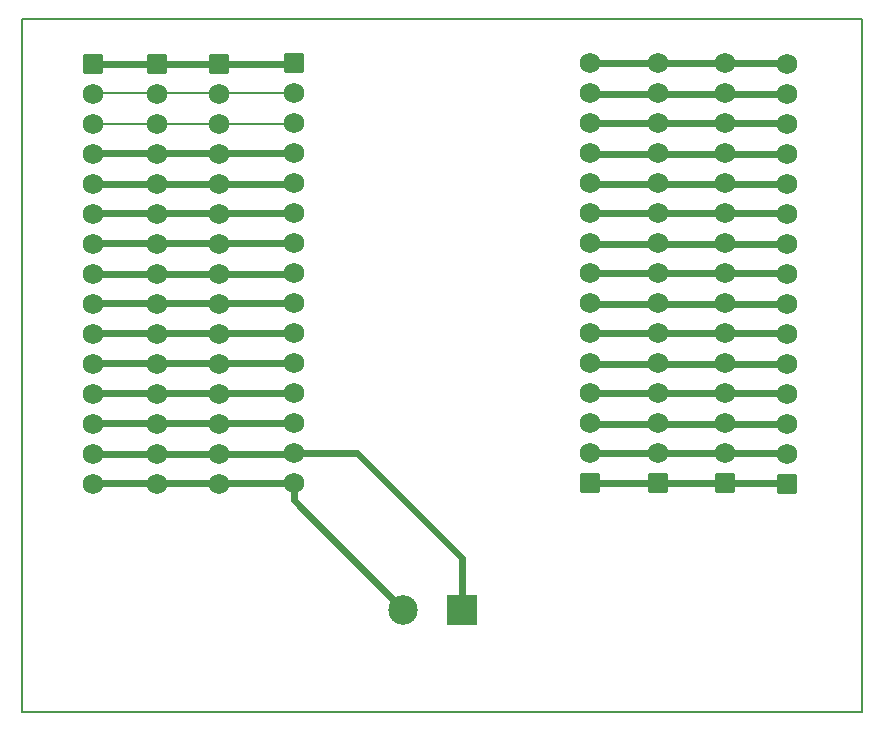
<source format=gbr>
%TF.GenerationSoftware,KiCad,Pcbnew,6.0.7+dfsg-1+b1*%
%TF.CreationDate,2022-09-28T14:19:46-05:00*%
%TF.ProjectId,esp32,65737033-322e-46b6-9963-61645f706362,rev?*%
%TF.SameCoordinates,Original*%
%TF.FileFunction,Copper,L1,Top*%
%TF.FilePolarity,Positive*%
%FSLAX46Y46*%
G04 Gerber Fmt 4.6, Leading zero omitted, Abs format (unit mm)*
G04 Created by KiCad (PCBNEW 6.0.7+dfsg-1+b1) date 2022-09-28 14:19:47*
%MOMM*%
%LPD*%
G01*
G04 APERTURE LIST*
G04 Aperture macros list*
%AMRoundRect*
0 Rectangle with rounded corners*
0 $1 Rounding radius*
0 $2 $3 $4 $5 $6 $7 $8 $9 X,Y pos of 4 corners*
0 Add a 4 corners polygon primitive as box body*
4,1,4,$2,$3,$4,$5,$6,$7,$8,$9,$2,$3,0*
0 Add four circle primitives for the rounded corners*
1,1,$1+$1,$2,$3*
1,1,$1+$1,$4,$5*
1,1,$1+$1,$6,$7*
1,1,$1+$1,$8,$9*
0 Add four rect primitives between the rounded corners*
20,1,$1+$1,$2,$3,$4,$5,0*
20,1,$1+$1,$4,$5,$6,$7,0*
20,1,$1+$1,$6,$7,$8,$9,0*
20,1,$1+$1,$8,$9,$2,$3,0*%
G04 Aperture macros list end*
%TA.AperFunction,NonConductor*%
%ADD10C,0.200000*%
%TD*%
%TA.AperFunction,ComponentPad*%
%ADD11R,2.500000X2.500000*%
%TD*%
%TA.AperFunction,ComponentPad*%
%ADD12C,2.500000*%
%TD*%
%TA.AperFunction,ComponentPad*%
%ADD13RoundRect,0.250000X-0.620000X0.620000X-0.620000X-0.620000X0.620000X-0.620000X0.620000X0.620000X0*%
%TD*%
%TA.AperFunction,ComponentPad*%
%ADD14C,1.740000*%
%TD*%
%TA.AperFunction,ComponentPad*%
%ADD15RoundRect,0.250000X0.620000X-0.620000X0.620000X0.620000X-0.620000X0.620000X-0.620000X-0.620000X0*%
%TD*%
%TA.AperFunction,Conductor*%
%ADD16C,0.600000*%
%TD*%
%TA.AperFunction,Conductor*%
%ADD17C,0.200000*%
%TD*%
G04 APERTURE END LIST*
D10*
X81280000Y-99060000D02*
X152400000Y-99060000D01*
X152400000Y-99060000D02*
X152400000Y-157800000D01*
X152400000Y-157800000D02*
X81280000Y-157800000D01*
X81280000Y-157800000D02*
X81280000Y-99060000D01*
D11*
%TO.P,J3,1,Pin_1*%
%TO.N,GND*%
X118500000Y-149100000D03*
D12*
%TO.P,J3,2,Pin_2*%
%TO.N,VIN*%
X113500000Y-149100000D03*
%TD*%
D13*
%TO.P,J5,1,Pin_1*%
%TO.N,EN*%
X92650000Y-102920000D03*
D14*
%TO.P,J5,2,Pin_2*%
%TO.N,VP*%
X92650000Y-105460000D03*
%TO.P,J5,3,Pin_3*%
%TO.N,VN*%
X92650000Y-108000000D03*
%TO.P,J5,4,Pin_4*%
%TO.N,D34*%
X92650000Y-110540000D03*
%TO.P,J5,5,Pin_5*%
%TO.N,D35*%
X92650000Y-113080000D03*
%TO.P,J5,6,Pin_6*%
%TO.N,D32*%
X92650000Y-115620000D03*
%TO.P,J5,7,Pin_7*%
%TO.N,D33*%
X92650000Y-118160000D03*
%TO.P,J5,8,Pin_8*%
%TO.N,D25*%
X92650000Y-120700000D03*
%TO.P,J5,9,Pin_9*%
%TO.N,D26*%
X92650000Y-123240000D03*
%TO.P,J5,10,Pin_10*%
%TO.N,D27*%
X92650000Y-125780000D03*
%TO.P,J5,11,Pin_11*%
%TO.N,D14*%
X92650000Y-128320000D03*
%TO.P,J5,12,Pin_12*%
%TO.N,D12*%
X92650000Y-130860000D03*
%TO.P,J5,13,Pin_13*%
%TO.N,D13*%
X92650000Y-133400000D03*
%TO.P,J5,14,Pin_14*%
%TO.N,GND*%
X92650000Y-135940000D03*
%TO.P,J5,15,Pin_15*%
%TO.N,VIN*%
X92650000Y-138480000D03*
%TD*%
D13*
%TO.P,J1,1,Pin_1*%
%TO.N,EN*%
X97950000Y-102920000D03*
D14*
%TO.P,J1,2,Pin_2*%
%TO.N,VP*%
X97950000Y-105460000D03*
%TO.P,J1,3,Pin_3*%
%TO.N,VN*%
X97950000Y-108000000D03*
%TO.P,J1,4,Pin_4*%
%TO.N,D34*%
X97950000Y-110540000D03*
%TO.P,J1,5,Pin_5*%
%TO.N,D35*%
X97950000Y-113080000D03*
%TO.P,J1,6,Pin_6*%
%TO.N,D32*%
X97950000Y-115620000D03*
%TO.P,J1,7,Pin_7*%
%TO.N,D33*%
X97950000Y-118160000D03*
%TO.P,J1,8,Pin_8*%
%TO.N,D25*%
X97950000Y-120700000D03*
%TO.P,J1,9,Pin_9*%
%TO.N,D26*%
X97950000Y-123240000D03*
%TO.P,J1,10,Pin_10*%
%TO.N,D27*%
X97950000Y-125780000D03*
%TO.P,J1,11,Pin_11*%
%TO.N,D14*%
X97950000Y-128320000D03*
%TO.P,J1,12,Pin_12*%
%TO.N,D12*%
X97950000Y-130860000D03*
%TO.P,J1,13,Pin_13*%
%TO.N,D13*%
X97950000Y-133400000D03*
%TO.P,J1,14,Pin_14*%
%TO.N,GND*%
X97950000Y-135940000D03*
%TO.P,J1,15,Pin_15*%
%TO.N,VIN*%
X97950000Y-138480000D03*
%TD*%
D15*
%TO.P,J8der1,1,Pin_1*%
%TO.N,3V3*%
X146000000Y-138500000D03*
D14*
%TO.P,J8der1,2,Pin_2*%
%TO.N,GND2*%
X146000000Y-135960000D03*
%TO.P,J8der1,3,Pin_3*%
%TO.N,D15*%
X146000000Y-133420000D03*
%TO.P,J8der1,4,Pin_4*%
%TO.N,D2*%
X146000000Y-130880000D03*
%TO.P,J8der1,5,Pin_5*%
%TO.N,D4*%
X146000000Y-128340000D03*
%TO.P,J8der1,6,Pin_6*%
%TO.N,RX2*%
X146000000Y-125800000D03*
%TO.P,J8der1,7,Pin_7*%
%TO.N,TX2*%
X146000000Y-123260000D03*
%TO.P,J8der1,8,Pin_8*%
%TO.N,D5*%
X146000000Y-120720000D03*
%TO.P,J8der1,9,Pin_9*%
%TO.N,D18*%
X146000000Y-118180000D03*
%TO.P,J8der1,10,Pin_10*%
%TO.N,D19*%
X146000000Y-115640000D03*
%TO.P,J8der1,11,Pin_11*%
%TO.N,D21*%
X146000000Y-113100000D03*
%TO.P,J8der1,12,Pin_12*%
%TO.N,RX0*%
X146000000Y-110560000D03*
%TO.P,J8der1,13,Pin_13*%
%TO.N,TX0*%
X146000000Y-108020000D03*
%TO.P,J8der1,14,Pin_14*%
%TO.N,D22*%
X146000000Y-105480000D03*
%TO.P,J8der1,15,Pin_15*%
%TO.N,D23*%
X146000000Y-102940000D03*
%TD*%
D15*
%TO.P,J6der1,1,Pin_1*%
%TO.N,3V3*%
X129350000Y-138380000D03*
D14*
%TO.P,J6der1,2,Pin_2*%
%TO.N,GND2*%
X129350000Y-135840000D03*
%TO.P,J6der1,3,Pin_3*%
%TO.N,D15*%
X129350000Y-133300000D03*
%TO.P,J6der1,4,Pin_4*%
%TO.N,D2*%
X129350000Y-130760000D03*
%TO.P,J6der1,5,Pin_5*%
%TO.N,D4*%
X129350000Y-128220000D03*
%TO.P,J6der1,6,Pin_6*%
%TO.N,RX2*%
X129350000Y-125680000D03*
%TO.P,J6der1,7,Pin_7*%
%TO.N,TX2*%
X129350000Y-123140000D03*
%TO.P,J6der1,8,Pin_8*%
%TO.N,D5*%
X129350000Y-120600000D03*
%TO.P,J6der1,9,Pin_9*%
%TO.N,D18*%
X129350000Y-118060000D03*
%TO.P,J6der1,10,Pin_10*%
%TO.N,D19*%
X129350000Y-115520000D03*
%TO.P,J6der1,11,Pin_11*%
%TO.N,D21*%
X129350000Y-112980000D03*
%TO.P,J6der1,12,Pin_12*%
%TO.N,RX0*%
X129350000Y-110440000D03*
%TO.P,J6der1,13,Pin_13*%
%TO.N,TX0*%
X129350000Y-107900000D03*
%TO.P,J6der1,14,Pin_14*%
%TO.N,D22*%
X129350000Y-105360000D03*
%TO.P,J6der1,15,Pin_15*%
%TO.N,D23*%
X129350000Y-102820000D03*
%TD*%
D15*
%TO.P,J7der1,1,Pin_1*%
%TO.N,3V3*%
X140800000Y-138400000D03*
D14*
%TO.P,J7der1,2,Pin_2*%
%TO.N,GND2*%
X140800000Y-135860000D03*
%TO.P,J7der1,3,Pin_3*%
%TO.N,D15*%
X140800000Y-133320000D03*
%TO.P,J7der1,4,Pin_4*%
%TO.N,D2*%
X140800000Y-130780000D03*
%TO.P,J7der1,5,Pin_5*%
%TO.N,D4*%
X140800000Y-128240000D03*
%TO.P,J7der1,6,Pin_6*%
%TO.N,RX2*%
X140800000Y-125700000D03*
%TO.P,J7der1,7,Pin_7*%
%TO.N,TX2*%
X140800000Y-123160000D03*
%TO.P,J7der1,8,Pin_8*%
%TO.N,D5*%
X140800000Y-120620000D03*
%TO.P,J7der1,9,Pin_9*%
%TO.N,D18*%
X140800000Y-118080000D03*
%TO.P,J7der1,10,Pin_10*%
%TO.N,D19*%
X140800000Y-115540000D03*
%TO.P,J7der1,11,Pin_11*%
%TO.N,D21*%
X140800000Y-113000000D03*
%TO.P,J7der1,12,Pin_12*%
%TO.N,RX0*%
X140800000Y-110460000D03*
%TO.P,J7der1,13,Pin_13*%
%TO.N,TX0*%
X140800000Y-107920000D03*
%TO.P,J7der1,14,Pin_14*%
%TO.N,D22*%
X140800000Y-105380000D03*
%TO.P,J7der1,15,Pin_15*%
%TO.N,D23*%
X140800000Y-102840000D03*
%TD*%
%TO.P,J3,15,Pin_15*%
%TO.N,VIN*%
X87250000Y-138480000D03*
%TO.P,J3,14,Pin_14*%
%TO.N,GND*%
X87250000Y-135940000D03*
%TO.P,J3,13,Pin_13*%
%TO.N,D13*%
X87250000Y-133400000D03*
%TO.P,J3,12,Pin_12*%
%TO.N,D12*%
X87250000Y-130860000D03*
%TO.P,J3,11,Pin_11*%
%TO.N,D14*%
X87250000Y-128320000D03*
%TO.P,J3,10,Pin_10*%
%TO.N,D27*%
X87250000Y-125780000D03*
%TO.P,J3,9,Pin_9*%
%TO.N,D26*%
X87250000Y-123240000D03*
%TO.P,J3,8,Pin_8*%
%TO.N,D25*%
X87250000Y-120700000D03*
%TO.P,J3,7,Pin_7*%
%TO.N,D33*%
X87250000Y-118160000D03*
%TO.P,J3,6,Pin_6*%
%TO.N,D32*%
X87250000Y-115620000D03*
%TO.P,J3,5,Pin_5*%
%TO.N,D35*%
X87250000Y-113080000D03*
%TO.P,J3,4,Pin_4*%
%TO.N,D34*%
X87250000Y-110540000D03*
%TO.P,J3,3,Pin_3*%
%TO.N,VN*%
X87250000Y-108000000D03*
%TO.P,J3,2,Pin_2*%
%TO.N,VP*%
X87250000Y-105460000D03*
D13*
%TO.P,J3,1,Pin_1*%
%TO.N,EN*%
X87250000Y-102920000D03*
%TD*%
%TO.P,J4,1,Pin_1*%
%TO.N,EN*%
X104250000Y-102820000D03*
D14*
%TO.P,J4,2,Pin_2*%
%TO.N,VP*%
X104250000Y-105360000D03*
%TO.P,J4,3,Pin_3*%
%TO.N,VN*%
X104250000Y-107900000D03*
%TO.P,J4,4,Pin_4*%
%TO.N,D34*%
X104250000Y-110440000D03*
%TO.P,J4,5,Pin_5*%
%TO.N,D35*%
X104250000Y-112980000D03*
%TO.P,J4,6,Pin_6*%
%TO.N,D32*%
X104250000Y-115520000D03*
%TO.P,J4,7,Pin_7*%
%TO.N,D33*%
X104250000Y-118060000D03*
%TO.P,J4,8,Pin_8*%
%TO.N,D25*%
X104250000Y-120600000D03*
%TO.P,J4,9,Pin_9*%
%TO.N,D26*%
X104250000Y-123140000D03*
%TO.P,J4,10,Pin_10*%
%TO.N,D27*%
X104250000Y-125680000D03*
%TO.P,J4,11,Pin_11*%
%TO.N,D14*%
X104250000Y-128220000D03*
%TO.P,J4,12,Pin_12*%
%TO.N,D12*%
X104250000Y-130760000D03*
%TO.P,J4,13,Pin_13*%
%TO.N,D13*%
X104250000Y-133300000D03*
%TO.P,J4,14,Pin_14*%
%TO.N,GND*%
X104250000Y-135840000D03*
%TO.P,J4,15,Pin_15*%
%TO.N,VIN*%
X104250000Y-138380000D03*
%TD*%
D15*
%TO.P,J10der1,1,Pin_1*%
%TO.N,3V3*%
X135100000Y-138400000D03*
D14*
%TO.P,J10der1,2,Pin_2*%
%TO.N,GND2*%
X135100000Y-135860000D03*
%TO.P,J10der1,3,Pin_3*%
%TO.N,D15*%
X135100000Y-133320000D03*
%TO.P,J10der1,4,Pin_4*%
%TO.N,D2*%
X135100000Y-130780000D03*
%TO.P,J10der1,5,Pin_5*%
%TO.N,D4*%
X135100000Y-128240000D03*
%TO.P,J10der1,6,Pin_6*%
%TO.N,RX2*%
X135100000Y-125700000D03*
%TO.P,J10der1,7,Pin_7*%
%TO.N,TX2*%
X135100000Y-123160000D03*
%TO.P,J10der1,8,Pin_8*%
%TO.N,D5*%
X135100000Y-120620000D03*
%TO.P,J10der1,9,Pin_9*%
%TO.N,D18*%
X135100000Y-118080000D03*
%TO.P,J10der1,10,Pin_10*%
%TO.N,D19*%
X135100000Y-115540000D03*
%TO.P,J10der1,11,Pin_11*%
%TO.N,D21*%
X135100000Y-113000000D03*
%TO.P,J10der1,12,Pin_12*%
%TO.N,RX0*%
X135100000Y-110460000D03*
%TO.P,J10der1,13,Pin_13*%
%TO.N,TX0*%
X135100000Y-107920000D03*
%TO.P,J10der1,14,Pin_14*%
%TO.N,D22*%
X135100000Y-105380000D03*
%TO.P,J10der1,15,Pin_15*%
%TO.N,D23*%
X135100000Y-102840000D03*
%TD*%
D16*
%TO.N,GND*%
X109640000Y-135840000D02*
X118500000Y-144700000D01*
X104250000Y-135840000D02*
X109640000Y-135840000D01*
X118500000Y-144700000D02*
X118500000Y-149100000D01*
X87250000Y-135940000D02*
X104150000Y-135940000D01*
X104150000Y-135940000D02*
X104250000Y-135840000D01*
%TO.N,VIN*%
X113500000Y-149100000D02*
X104250000Y-139850000D01*
X104250000Y-139850000D02*
X104250000Y-138380000D01*
%TO.N,3V3*%
X146000000Y-138500000D02*
X145880000Y-138380000D01*
X145880000Y-138380000D02*
X129350000Y-138380000D01*
%TO.N,GND2*%
X129350000Y-135840000D02*
X145880000Y-135840000D01*
X145880000Y-135840000D02*
X146000000Y-135960000D01*
%TO.N,D15*%
X146000000Y-133420000D02*
X129470000Y-133420000D01*
X129470000Y-133420000D02*
X129350000Y-133300000D01*
%TO.N,D2*%
X129350000Y-130760000D02*
X145880000Y-130760000D01*
X145880000Y-130760000D02*
X146000000Y-130880000D01*
%TO.N,D4*%
X146000000Y-128340000D02*
X129470000Y-128340000D01*
X129470000Y-128340000D02*
X129350000Y-128220000D01*
%TO.N,RX2*%
X129350000Y-125680000D02*
X145880000Y-125680000D01*
X145880000Y-125680000D02*
X146000000Y-125800000D01*
%TO.N,TX2*%
X146000000Y-123260000D02*
X129470000Y-123260000D01*
X129470000Y-123260000D02*
X129350000Y-123140000D01*
%TO.N,D5*%
X129350000Y-120600000D02*
X145880000Y-120600000D01*
X145880000Y-120600000D02*
X146000000Y-120720000D01*
%TO.N,D18*%
X146000000Y-118180000D02*
X129470000Y-118180000D01*
X129470000Y-118180000D02*
X129350000Y-118060000D01*
%TO.N,D19*%
X129350000Y-115520000D02*
X145880000Y-115520000D01*
X145880000Y-115520000D02*
X146000000Y-115640000D01*
%TO.N,D21*%
X146000000Y-113100000D02*
X129470000Y-113100000D01*
X129470000Y-113100000D02*
X129350000Y-112980000D01*
%TO.N,RX0*%
X146000000Y-110560000D02*
X129470000Y-110560000D01*
X129470000Y-110560000D02*
X129350000Y-110440000D01*
%TO.N,TX0*%
X129350000Y-107900000D02*
X145880000Y-107900000D01*
X145880000Y-107900000D02*
X146000000Y-108020000D01*
%TO.N,D22*%
X146000000Y-105480000D02*
X129470000Y-105480000D01*
X129470000Y-105480000D02*
X129350000Y-105360000D01*
%TO.N,D23*%
X129350000Y-102820000D02*
X145880000Y-102820000D01*
X145880000Y-102820000D02*
X146000000Y-102940000D01*
%TO.N,EN*%
X87250000Y-102920000D02*
X104150000Y-102920000D01*
X104150000Y-102920000D02*
X104250000Y-102820000D01*
D17*
%TO.N,VP*%
X104250000Y-105360000D02*
X87350000Y-105360000D01*
X87350000Y-105360000D02*
X87250000Y-105460000D01*
%TO.N,VN*%
X87250000Y-108000000D02*
X104150000Y-108000000D01*
X104150000Y-108000000D02*
X104250000Y-107900000D01*
D16*
%TO.N,D34*%
X104250000Y-110440000D02*
X87350000Y-110440000D01*
X87350000Y-110440000D02*
X87250000Y-110540000D01*
%TO.N,D35*%
X87250000Y-113080000D02*
X104150000Y-113080000D01*
X104150000Y-113080000D02*
X104250000Y-112980000D01*
%TO.N,D32*%
X104250000Y-115520000D02*
X87350000Y-115520000D01*
X87350000Y-115520000D02*
X87250000Y-115620000D01*
%TO.N,D33*%
X104250000Y-118060000D02*
X87350000Y-118060000D01*
X87350000Y-118060000D02*
X87250000Y-118160000D01*
%TO.N,D25*%
X87250000Y-120700000D02*
X104150000Y-120700000D01*
X104150000Y-120700000D02*
X104250000Y-120600000D01*
%TO.N,D26*%
X104250000Y-123140000D02*
X87350000Y-123140000D01*
X87350000Y-123140000D02*
X87250000Y-123240000D01*
%TO.N,D27*%
X104250000Y-125680000D02*
X87350000Y-125680000D01*
X87350000Y-125680000D02*
X87250000Y-125780000D01*
%TO.N,D14*%
X104250000Y-128220000D02*
X87350000Y-128220000D01*
X87350000Y-128220000D02*
X87250000Y-128320000D01*
%TO.N,D12*%
X104250000Y-130760000D02*
X87350000Y-130760000D01*
X87350000Y-130760000D02*
X87250000Y-130860000D01*
%TO.N,D13*%
X104250000Y-133300000D02*
X87350000Y-133300000D01*
X87350000Y-133300000D02*
X87250000Y-133400000D01*
%TO.N,VIN*%
X104250000Y-138380000D02*
X87350000Y-138380000D01*
X87350000Y-138380000D02*
X87250000Y-138480000D01*
%TO.N,EN*%
X87040000Y-102820000D02*
X87000000Y-102780000D01*
D17*
%TO.N,VP*%
X87040000Y-105360000D02*
X87000000Y-105320000D01*
%TO.N,VN*%
X104260000Y-107860000D02*
X104300000Y-107900000D01*
D16*
%TO.N,D34*%
X87040000Y-110440000D02*
X87000000Y-110400000D01*
%TO.N,D35*%
X87040000Y-112980000D02*
X87000000Y-112940000D01*
%TO.N,D32*%
X87040000Y-115520000D02*
X87000000Y-115480000D01*
%TO.N,D33*%
X87040000Y-118060000D02*
X87000000Y-118020000D01*
%TO.N,D25*%
X87040000Y-120600000D02*
X87000000Y-120560000D01*
%TO.N,D26*%
X104260000Y-123100000D02*
X104300000Y-123140000D01*
%TO.N,D27*%
X87040000Y-125680000D02*
X87000000Y-125640000D01*
%TO.N,D14*%
X87040000Y-128220000D02*
X87000000Y-128180000D01*
%TO.N,D12*%
X104260000Y-130720000D02*
X104300000Y-130760000D01*
%TO.N,D13*%
X87040000Y-133300000D02*
X87000000Y-133260000D01*
%TO.N,GND*%
X87040000Y-135840000D02*
X87000000Y-135800000D01*
%TO.N,VIN*%
X87040000Y-138380000D02*
X87000000Y-138340000D01*
%TO.N,D15*%
X129370000Y-133280000D02*
X129350000Y-133300000D01*
%TO.N,D4*%
X129370000Y-128200000D02*
X129350000Y-128220000D01*
%TO.N,RX2*%
X129370000Y-125660000D02*
X129350000Y-125680000D01*
%TO.N,TX2*%
X129370000Y-123120000D02*
X129350000Y-123140000D01*
%TO.N,D18*%
X129370000Y-118040000D02*
X129350000Y-118060000D01*
%TO.N,D21*%
X129370000Y-112960000D02*
X129350000Y-112980000D01*
%TO.N,TX0*%
X129370000Y-107880000D02*
X129350000Y-107900000D01*
%TO.N,D23*%
X129370000Y-102800000D02*
X129350000Y-102820000D01*
%TD*%
M02*

</source>
